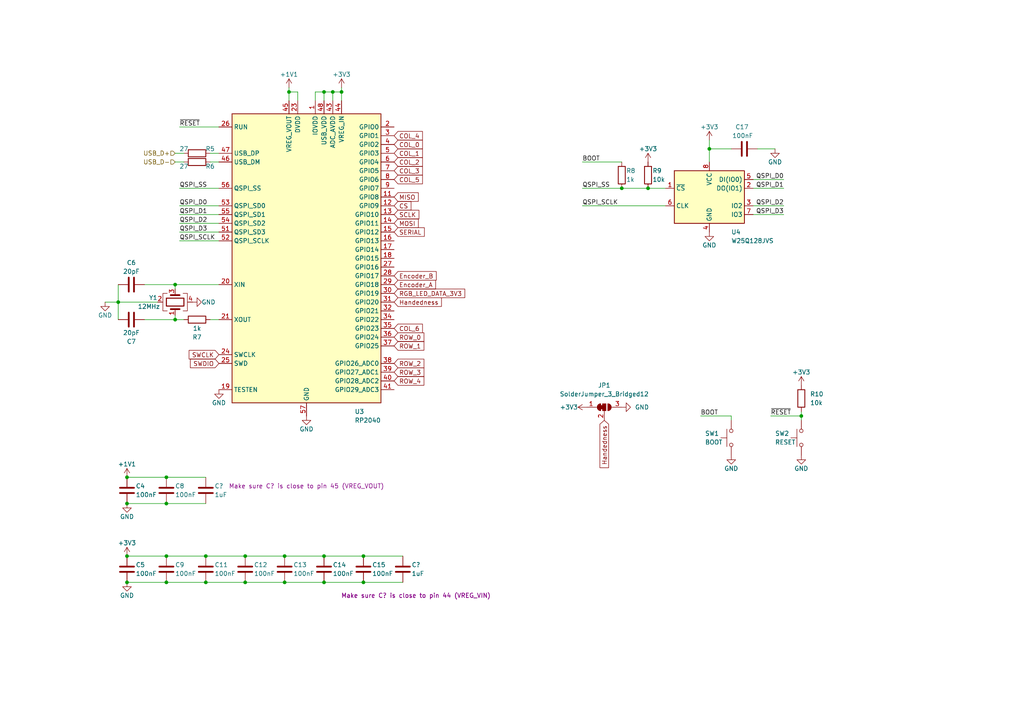
<source format=kicad_sch>
(kicad_sch (version 20211123) (generator eeschema)
  (paper "A4")
  (lib_symbols
    (symbol "Device:C" (pin_numbers hide) (pin_names (offset 0.254))
      (property "Reference" "C" (at 0.635 2.54 0))
      (property "Value" "C" (at 0.635 -2.54 0))
      (symbol "C_0_1"
        (polyline (pts (xy -2.032 -0.762) (xy 2.032 -0.762)) (stroke (width 0.508)))
        (polyline (pts (xy -2.032 0.762) (xy 2.032 0.762)) (stroke (width 0.508)))
      )
      (symbol "C_1_1"
        (pin passive line (at 0 3.81 270) (length 2.794) (name "~") (number "1"))
        (pin passive line (at 0 -3.81 90) (length 2.794) (name "~") (number "2"))
      )
    )
    (symbol "Device:Crystal_GND24" (pin_names (offset 1.016) hide)
      (property "Reference" "Y" (at 3.175 5.08 0))
      (property "Value" "Crystal_GND24" (at 3.175 3.175 0))
      (symbol "Crystal_GND24_0_1"
        (rectangle (start -1.143 2.54) (end 1.143 -2.54) (stroke (width 0.3048)))
        (polyline (pts (xy -2.54 0) (xy -2.032 0)))
        (polyline (pts (xy -2.032 -1.27) (xy -2.032 1.27)) (stroke (width 0.508)))
        (polyline (pts (xy 0 -3.81) (xy 0 -3.556)))
        (polyline (pts (xy 0 3.556) (xy 0 3.81)))
        (polyline (pts (xy 2.032 -1.27) (xy 2.032 1.27)) (stroke (width 0.508)))
        (polyline (pts (xy 2.032 0) (xy 2.54 0)))
        (polyline (pts (xy -2.54 -2.286) (xy -2.54 -3.556) (xy 2.54 -3.556) (xy 2.54 -2.286)))
        (polyline (pts (xy -2.54 2.286) (xy -2.54 3.556) (xy 2.54 3.556) (xy 2.54 2.286)))
      )
      (symbol "Crystal_GND24_1_1"
        (pin passive line (at -3.81 0 0) (length 1.27) (name "1") (number "1"))
        (pin passive line (at 0 5.08 270) (length 1.27) (name "2") (number "2"))
        (pin passive line (at 3.81 0 180) (length 1.27) (name "3") (number "3"))
        (pin passive line (at 0 -5.08 90) (length 1.27) (name "4") (number "4"))
      )
    )
    (symbol "Device:R" (pin_numbers hide) (pin_names (offset 0))
      (property "Reference" "R" (at 2.032 0 90))
      (property "Value" "R" (at 0 0 90))
      (symbol "R_0_1"
        (rectangle (start -1.016 -2.54) (end 1.016 2.54) (stroke (width 0.254)))
      )
      (symbol "R_1_1"
        (pin passive line (at 0 3.81 270) (length 1.27) (name "~") (number "1"))
        (pin passive line (at 0 -3.81 90) (length 1.27) (name "~") (number "2"))
      )
    )
    (symbol "Jumper:SolderJumper_3_Bridged12" (pin_names (offset 0) hide)
      (property "Reference" "JP" (at -2.54 -2.54 0))
      (property "Value" "SolderJumper_3_Bridged12" (at 0 2.794 0))
      (symbol "SolderJumper_3_Bridged12_0_1"
        (rectangle (start -1.016 0.508) (end -0.508 -0.508) (fill (type outline)))
        (arc (start -1.016 1.016) (mid -2.032 0) (end -1.016 -1.016))
        (arc (start -1.016 1.016) (mid -2.032 0) (end -1.016 -1.016) (fill (type outline)))
        (rectangle (start -0.508 1.016) (end 0.508 -1.016) (fill (type outline)))
        (polyline (pts (xy -2.54 0) (xy -2.032 0)))
        (polyline (pts (xy -1.016 1.016) (xy -1.016 -1.016)))
        (polyline (pts (xy 0 -1.27) (xy 0 -1.016)))
        (polyline (pts (xy 1.016 1.016) (xy 1.016 -1.016)))
        (polyline (pts (xy 2.54 0) (xy 2.032 0)))
        (arc (start 1.016 -1.016) (mid 2.032 0) (end 1.016 1.016))
        (arc (start 1.016 -1.016) (mid 2.032 0) (end 1.016 1.016) (fill (type outline)))
      )
      (symbol "SolderJumper_3_Bridged12_1_1"
        (pin passive line (at -5.08 0 0) (length 2.54) (name "A") (number "1"))
        (pin passive line (at 0 -3.81 90) (length 2.54) (name "C") (number "2"))
        (pin passive line (at 5.08 0 180) (length 2.54) (name "B") (number "3"))
      )
    )
    (symbol "MCU_RaspberryPi:RP2040"
      (property "Reference" "U" (at 17.78 45.72 0))
      (property "Value" "RP2040" (at 17.78 43.18 0))
      (symbol "RP2040_0_1"
        (rectangle (start -21.59 41.91) (end 21.59 -41.91) (stroke (width 0.254)) (fill (type background)))
      )
      (symbol "RP2040_1_1"
        (pin power_in line (at 2.54 45.72 270) (length 3.81) (name "IOVDD") (number "1"))
        (pin passive line (at 2.54 45.72 270) (length 3.81) hide (name "IOVDD") (number "10"))
        (pin bidirectional line (at 25.4 17.78 180) (length 3.81) (name "GPIO8") (number "11"))
        (pin bidirectional line (at 25.4 15.24 180) (length 3.81) (name "GPIO9") (number "12"))
        (pin bidirectional line (at 25.4 12.7 180) (length 3.81) (name "GPIO10") (number "13"))
        (pin bidirectional line (at 25.4 10.16 180) (length 3.81) (name "GPIO11") (number "14"))
        (pin bidirectional line (at 25.4 7.62 180) (length 3.81) (name "GPIO12") (number "15"))
        (pin bidirectional line (at 25.4 5.08 180) (length 3.81) (name "GPIO13") (number "16"))
        (pin bidirectional line (at 25.4 2.54 180) (length 3.81) (name "GPIO14") (number "17"))
        (pin bidirectional line (at 25.4 0 180) (length 3.81) (name "GPIO15") (number "18"))
        (pin input line (at -25.4 -38.1 0) (length 3.81) (name "TESTEN") (number "19"))
        (pin bidirectional line (at 25.4 38.1 180) (length 3.81) (name "GPIO0") (number "2"))
        (pin input line (at -25.4 -7.62 0) (length 3.81) (name "XIN") (number "20"))
        (pin passive line (at -25.4 -17.78 0) (length 3.81) (name "XOUT") (number "21"))
        (pin passive line (at 2.54 45.72 270) (length 3.81) hide (name "IOVDD") (number "22"))
        (pin power_in line (at -2.54 45.72 270) (length 3.81) (name "DVDD") (number "23"))
        (pin output line (at -25.4 -27.94 0) (length 3.81) (name "SWCLK") (number "24"))
        (pin bidirectional line (at -25.4 -30.48 0) (length 3.81) (name "SWD") (number "25"))
        (pin input line (at -25.4 38.1 0) (length 3.81) (name "RUN") (number "26"))
        (pin bidirectional line (at 25.4 -2.54 180) (length 3.81) (name "GPIO16") (number "27"))
        (pin bidirectional line (at 25.4 -5.08 180) (length 3.81) (name "GPIO17") (number "28"))
        (pin bidirectional line (at 25.4 -7.62 180) (length 3.81) (name "GPIO18") (number "29"))
        (pin bidirectional line (at 25.4 35.56 180) (length 3.81) (name "GPIO1") (number "3"))
        (pin bidirectional line (at 25.4 -10.16 180) (length 3.81) (name "GPIO19") (number "30"))
        (pin bidirectional line (at 25.4 -12.7 180) (length 3.81) (name "GPIO20") (number "31"))
        (pin bidirectional line (at 25.4 -15.24 180) (length 3.81) (name "GPIO21") (number "32"))
        (pin passive line (at 2.54 45.72 270) (length 3.81) hide (name "IOVDD") (number "33"))
        (pin bidirectional line (at 25.4 -17.78 180) (length 3.81) (name "GPIO22") (number "34"))
        (pin bidirectional line (at 25.4 -20.32 180) (length 3.81) (name "GPIO23") (number "35"))
        (pin bidirectional line (at 25.4 -22.86 180) (length 3.81) (name "GPIO24") (number "36"))
        (pin bidirectional line (at 25.4 -25.4 180) (length 3.81) (name "GPIO25") (number "37"))
        (pin bidirectional line (at 25.4 -30.48 180) (length 3.81) (name "GPIO26_ADC0") (number "38"))
        (pin bidirectional line (at 25.4 -33.02 180) (length 3.81) (name "GPIO27_ADC1") (number "39"))
        (pin bidirectional line (at 25.4 33.02 180) (length 3.81) (name "GPIO2") (number "4"))
        (pin bidirectional line (at 25.4 -35.56 180) (length 3.81) (name "GPIO28_ADC2") (number "40"))
        (pin bidirectional line (at 25.4 -38.1 180) (length 3.81) (name "GPIO29_ADC3") (number "41"))
        (pin passive line (at 2.54 45.72 270) (length 3.81) hide (name "IOVDD") (number "42"))
        (pin power_in line (at 7.62 45.72 270) (length 3.81) (name "ADC_AVDD") (number "43"))
        (pin power_in line (at 10.16 45.72 270) (length 3.81) (name "VREG_IN") (number "44"))
        (pin power_out line (at -5.08 45.72 270) (length 3.81) (name "VREG_VOUT") (number "45"))
        (pin bidirectional line (at -25.4 27.94 0) (length 3.81) (name "USB_DM") (number "46"))
        (pin bidirectional line (at -25.4 30.48 0) (length 3.81) (name "USB_DP") (number "47"))
        (pin power_in line (at 5.08 45.72 270) (length 3.81) (name "USB_VDD") (number "48"))
        (pin passive line (at 2.54 45.72 270) (length 3.81) hide (name "IOVDD") (number "49"))
        (pin bidirectional line (at 25.4 30.48 180) (length 3.81) (name "GPIO3") (number "5"))
        (pin passive line (at -2.54 45.72 270) (length 3.81) hide (name "DVDD") (number "50"))
        (pin bidirectional line (at -25.4 7.62 0) (length 3.81) (name "QSPI_SD3") (number "51"))
        (pin output line (at -25.4 5.08 0) (length 3.81) (name "QSPI_SCLK") (number "52"))
        (pin bidirectional line (at -25.4 15.24 0) (length 3.81) (name "QSPI_SD0") (number "53"))
        (pin bidirectional line (at -25.4 10.16 0) (length 3.81) (name "QSPI_SD2") (number "54"))
        (pin bidirectional line (at -25.4 12.7 0) (length 3.81) (name "QSPI_SD1") (number "55"))
        (pin bidirectional line (at -25.4 20.32 0) (length 3.81) (name "QSPI_SS") (number "56"))
        (pin power_in line (at 0 -45.72 90) (length 3.81) (name "GND") (number "57"))
        (pin bidirectional line (at 25.4 27.94 180) (length 3.81) (name "GPIO4") (number "6"))
        (pin bidirectional line (at 25.4 25.4 180) (length 3.81) (name "GPIO5") (number "7"))
        (pin bidirectional line (at 25.4 22.86 180) (length 3.81) (name "GPIO6") (number "8"))
        (pin bidirectional line (at 25.4 20.32 180) (length 3.81) (name "GPIO7") (number "9"))
      )
    )
    (symbol "Memory_Flash:W25Q128JVS"
      (property "Reference" "U" (at -8.89 8.89 0))
      (property "Value" "W25Q128JVS" (at 7.62 8.89 0))
      (symbol "W25Q128JVS_0_1"
        (rectangle (start -10.16 7.62) (end 10.16 -7.62) (stroke (width 0.254)) (fill (type background)))
      )
      (symbol "W25Q128JVS_1_1"
        (pin input line (at -12.7 2.54 0) (length 2.54) (name "~{CS}") (number "1"))
        (pin bidirectional line (at 12.7 2.54 180) (length 2.54) (name "DO(IO1)") (number "2"))
        (pin bidirectional line (at 12.7 -2.54 180) (length 2.54) (name "IO2") (number "3"))
        (pin power_in line (at 0 -10.16 90) (length 2.54) (name "GND") (number "4"))
        (pin bidirectional line (at 12.7 5.08 180) (length 2.54) (name "DI(IO0)") (number "5"))
        (pin input line (at -12.7 -2.54 0) (length 2.54) (name "CLK") (number "6"))
        (pin bidirectional line (at 12.7 -5.08 180) (length 2.54) (name "IO3") (number "7"))
        (pin power_in line (at 0 10.16 270) (length 2.54) (name "VCC") (number "8"))
      )
    )
    (symbol "SW_Push_1" (pin_numbers hide) (pin_names (offset 1.016) hide)
      (property "Reference" "SW1" (at -7.62 1.27 90))
      (property "Value" "BOOT" (at -7.62 -1.27 90))
      (symbol "SW_Push_1_0_1"
        (circle (center -2.032 0) (radius 0.508))
        (polyline (pts (xy 0 1.27) (xy 0 3.048)))
        (polyline (pts (xy 2.54 1.27) (xy -2.54 1.27)))
        (circle (center 2.032 0) (radius 0.508))
        (pin passive line (at -5.08 0 0) (length 2.54) (name "1") (number "1"))
        (pin passive line (at 5.08 0 180) (length 2.54) (name "2") (number "2"))
      )
    )
    (symbol "Switch:SW_Push" (pin_numbers hide) (pin_names (offset 1.016) hide)
      (property "Reference" "SW2" (at -8.89 1.27 90))
      (property "Value" "RESET" (at -8.89 -1.27 90))
      (symbol "SW_Push_0_1"
        (circle (center -2.032 0) (radius 0.508))
        (polyline (pts (xy 0 1.27) (xy 0 3.048)))
        (polyline (pts (xy 2.54 1.27) (xy -2.54 1.27)))
        (circle (center 2.032 0) (radius 0.508))
        (pin passive line (at -5.08 0 0) (length 2.54) (name "1") (number "1"))
        (pin passive line (at 5.08 0 180) (length 2.54) (name "2") (number "2"))
      )
    )
    (symbol "power:+1V1" (power) (pin_names (offset 0))
      (property "Value" "+1V1" (at 0 3.556 0))
      (symbol "+1V1_0_1"
        (polyline (pts (xy -0.762 1.27) (xy 0 2.54)))
        (polyline (pts (xy 0 0) (xy 0 2.54)))
        (polyline (pts (xy 0 2.54) (xy 0.762 1.27)))
      )
      (symbol "+1V1_1_1"
        (pin power_in line (at 0 0 90) (length 0) hide (name "+1V1") (number "1"))
      )
    )
    (symbol "power:+3V3" (power) (pin_names (offset 0))
      (property "Value" "+3V3" (at 0 3.556 0))
      (symbol "+3V3_0_1"
        (polyline (pts (xy -0.762 1.27) (xy 0 2.54)))
        (polyline (pts (xy 0 0) (xy 0 2.54)))
        (polyline (pts (xy 0 2.54) (xy 0.762 1.27)))
      )
      (symbol "+3V3_1_1"
        (pin power_in line (at 0 0 90) (length 0) hide (name "+3V3") (number "1"))
      )
    )
    (symbol "power:GND" (power) (pin_names (offset 0))
      (property "Value" "GND" (at 0 -3.81 0))
      (symbol "GND_0_1"
        (polyline (pts (xy 0 0) (xy 0 -1.27) (xy 1.27 -1.27) (xy 0 -2.54) (xy -1.27 -1.27) (xy 0 -1.27)))
      )
      (symbol "GND_1_1"
        (pin power_in line (at 0 0 270) (length 0) hide (name "GND") (number "1"))
      )
    )
  )
  (junction (at 50.8 92.71))
  (junction (at 232.41 120.65))
  (junction (at 59.69 168.91))
  (junction (at 48.26 138.43))
  (junction (at 48.26 168.91))
  (junction (at 71.12 168.91))
  (junction (at 187.96 54.61))
  (junction (at 82.55 161.29))
  (junction (at 205.74 43.18))
  (junction (at 99.06 26.67))
  (junction (at 93.98 26.67))
  (junction (at 48.26 161.29))
  (junction (at 82.55 168.91))
  (junction (at 105.41 161.29))
  (junction (at 59.69 161.29))
  (junction (at 50.8 82.55))
  (junction (at 93.98 168.91))
  (junction (at 36.83 138.43))
  (junction (at 93.98 161.29))
  (junction (at 34.29 87.63))
  (junction (at 105.41 168.91))
  (junction (at 96.52 26.67))
  (junction (at 36.83 161.29))
  (junction (at 36.83 146.05))
  (junction (at 48.26 146.05))
  (junction (at 83.82 26.67))
  (junction (at 36.83 168.91))
  (junction (at 180.34 54.61))
  (junction (at 71.12 161.29))
  (wire (pts (xy 232.41 120.65) (xy 232.41 119.38)))
  (wire (pts (xy 34.29 82.55) (xy 34.29 87.63)))
  (wire (pts (xy 105.41 161.29) (xy 116.84 161.29)))
  (wire (pts (xy 86.36 26.67) (xy 86.36 29.21)))
  (wire (pts (xy 48.26 146.05) (xy 59.69 146.05)))
  (wire (pts (xy 52.07 59.69) (xy 63.5 59.69)))
  (wire (pts (xy 50.8 91.44) (xy 50.8 92.71)))
  (wire (pts (xy 36.83 168.91) (xy 48.26 168.91)))
  (wire (pts (xy 93.98 26.67) (xy 93.98 29.21)))
  (wire (pts (xy 93.98 26.67) (xy 96.52 26.67)))
  (wire (pts (xy 50.8 82.55) (xy 63.5 82.55)))
  (wire (pts (xy 99.06 29.21) (xy 99.06 26.67)))
  (wire (pts (xy 30.48 87.63) (xy 34.29 87.63)))
  (wire (pts (xy 205.74 40.64) (xy 205.74 43.18)))
  (wire (pts (xy 48.26 138.43) (xy 59.69 138.43)))
  (wire (pts (xy 36.83 161.29) (xy 48.26 161.29)))
  (wire (pts (xy 96.52 26.67) (xy 96.52 29.21)))
  (wire (pts (xy 50.8 44.45) (xy 53.34 44.45)))
  (wire (pts (xy 52.07 67.31) (xy 63.5 67.31)))
  (wire (pts (xy 227.33 59.69) (xy 218.44 59.69)))
  (wire (pts (xy 93.98 161.29) (xy 105.41 161.29)))
  (wire (pts (xy 227.33 62.23) (xy 218.44 62.23)))
  (wire (pts (xy 83.82 26.67) (xy 86.36 26.67)))
  (wire (pts (xy 52.07 62.23) (xy 63.5 62.23)))
  (wire (pts (xy 34.29 87.63) (xy 34.29 92.71)))
  (wire (pts (xy 59.69 168.91) (xy 71.12 168.91)))
  (wire (pts (xy 60.96 44.45) (xy 63.5 44.45)))
  (wire (pts (xy 52.07 54.61) (xy 63.5 54.61)))
  (wire (pts (xy 48.26 168.91) (xy 59.69 168.91)))
  (wire (pts (xy 50.8 92.71) (xy 53.34 92.71)))
  (wire (pts (xy 34.29 87.63) (xy 45.72 87.63)))
  (wire (pts (xy 71.12 168.91) (xy 82.55 168.91)))
  (wire (pts (xy 99.06 25.4) (xy 99.06 26.67)))
  (wire (pts (xy 71.12 161.29) (xy 82.55 161.29)))
  (wire (pts (xy 36.83 146.05) (xy 48.26 146.05)))
  (wire (pts (xy 60.96 92.71) (xy 63.5 92.71)))
  (wire (pts (xy 59.69 161.29) (xy 71.12 161.29)))
  (wire (pts (xy 91.44 26.67) (xy 93.98 26.67)))
  (wire (pts (xy 91.44 26.67) (xy 91.44 29.21)))
  (wire (pts (xy 41.91 82.55) (xy 50.8 82.55)))
  (wire (pts (xy 223.52 120.65) (xy 232.41 120.65)))
  (wire (pts (xy 205.74 43.18) (xy 205.74 46.99)))
  (wire (pts (xy 60.96 46.99) (xy 63.5 46.99)))
  (wire (pts (xy 41.91 92.71) (xy 50.8 92.71)))
  (wire (pts (xy 168.91 46.99) (xy 180.34 46.99)))
  (wire (pts (xy 50.8 46.99) (xy 53.34 46.99)))
  (wire (pts (xy 227.33 54.61) (xy 218.44 54.61)))
  (wire (pts (xy 52.07 64.77) (xy 63.5 64.77)))
  (wire (pts (xy 168.91 59.69) (xy 193.04 59.69)))
  (wire (pts (xy 83.82 25.4) (xy 83.82 26.67)))
  (wire (pts (xy 212.09 120.65) (xy 212.09 121.92)))
  (wire (pts (xy 52.07 36.83) (xy 63.5 36.83)))
  (wire (pts (xy 82.55 168.91) (xy 93.98 168.91)))
  (wire (pts (xy 52.07 69.85) (xy 63.5 69.85)))
  (wire (pts (xy 232.41 121.92) (xy 232.41 120.65)))
  (wire (pts (xy 82.55 161.29) (xy 93.98 161.29)))
  (wire (pts (xy 105.41 168.91) (xy 116.84 168.91)))
  (wire (pts (xy 187.96 54.61) (xy 193.04 54.61)))
  (wire (pts (xy 168.91 54.61) (xy 180.34 54.61)))
  (wire (pts (xy 99.06 26.67) (xy 96.52 26.67)))
  (wire (pts (xy 180.34 54.61) (xy 187.96 54.61)))
  (wire (pts (xy 203.2 120.65) (xy 212.09 120.65)))
  (wire (pts (xy 224.79 43.18) (xy 219.71 43.18)))
  (wire (pts (xy 93.98 168.91) (xy 105.41 168.91)))
  (wire (pts (xy 212.09 43.18) (xy 205.74 43.18)))
  (wire (pts (xy 48.26 161.29) (xy 59.69 161.29)))
  (wire (pts (xy 227.33 52.07) (xy 218.44 52.07)))
  (wire (pts (xy 83.82 26.67) (xy 83.82 29.21)))
  (wire (pts (xy 50.8 82.55) (xy 50.8 83.82)))
  (wire (pts (xy 36.83 138.43) (xy 48.26 138.43)))
  (label "~{RESET}" (at 223.52 120.65 0))
  (label "QSPI_D2" (at 227.33 59.69 180))
  (label "QSPI_SS" (at 168.91 54.61 0))
  (label "QSPI_SCLK" (at 168.91 59.69 0))
  (label "QSPI_D0" (at 227.33 52.07 180))
  (label "QSPI_SCLK" (at 52.07 69.85 0))
  (label "QSPI_D1" (at 227.33 54.61 180))
  (label "QSPI_SS" (at 52.07 54.61 0))
  (label "BOOT" (at 168.91 46.99 0))
  (label "QSPI_D1" (at 52.07 62.23 0))
  (label "QSPI_D2" (at 52.07 64.77 0))
  (label "QSPI_D0" (at 52.07 59.69 0))
  (label "QSPI_D3" (at 52.07 67.31 0))
  (label "~{RESET}" (at 52.07 36.83 0))
  (label "QSPI_D3" (at 227.33 62.23 180))
  (label "BOOT" (at 203.2 120.65 0))
  (global_label "COL_5" (shape input) (at 114.3 52.07 0) (property "Intersheet References" "${INTERSHEET_REFS}" (effects hide)))
  (global_label "ROW_2" (shape input) (at 114.3 105.41 0) (property "Intersheet References" "${INTERSHEET_REFS}" (effects hide)))
  (global_label "COL_0" (shape input) (at 114.3 41.91 0) (property "Intersheet References" "${INTERSHEET_REFS}" (effects hide)))
  (global_label "COL_4" (shape input) (at 114.3 39.37 0) (property "Intersheet References" "${INTERSHEET_REFS}" (effects hide)))
  (global_label "ROW_3" (shape input) (at 114.3 107.95 0) (property "Intersheet References" "${INTERSHEET_REFS}" (effects hide)))
  (global_label "Handedness" (shape input) (at 114.3 87.63 0) (property "Intersheet References" "${INTERSHEET_REFS}" (effects hide)))
  (global_label "SERIAL" (shape input) (at 114.3 67.31 0) (property "Intersheet References" "${INTERSHEET_REFS}" (effects hide)))
  (global_label "ROW_0" (shape input) (at 114.3 97.79 0) (property "Intersheet References" "${INTERSHEET_REFS}" (effects hide)))
  (global_label "Handedness" (shape input) (at 175.26 121.92 270) (property "Intersheet References" "${INTERSHEET_REFS}" (effects hide)))
  (global_label "Encoder_A" (shape input) (at 114.3 82.55 0) (property "Intersheet References" "${INTERSHEET_REFS}" (effects hide)))
  (global_label "SCLK" (shape input) (at 114.3 62.23 0) (property "Intersheet References" "${INTERSHEET_REFS}" (effects hide)))
  (global_label "CS" (shape input) (at 114.3 59.69 0) (property "Intersheet References" "${INTERSHEET_REFS}" (effects hide)))
  (global_label "RGB_LED_DATA_3V3" (shape input) (at 114.3 85.09 0) (property "Intersheet References" "${INTERSHEET_REFS}" (effects hide)))
  (global_label "MISO" (shape input) (at 114.3 57.15 0) (property "Intersheet References" "${INTERSHEET_REFS}" (effects hide)))
  (global_label "ROW_4" (shape input) (at 114.3 110.49 0) (property "Intersheet References" "${INTERSHEET_REFS}" (effects hide)))
  (global_label "MOSI" (shape input) (at 114.3 64.77 0) (property "Intersheet References" "${INTERSHEET_REFS}" (effects hide)))
  (global_label "COL_1" (shape input) (at 114.3 44.45 0) (property "Intersheet References" "${INTERSHEET_REFS}" (effects hide)))
  (global_label "COL_3" (shape input) (at 114.3 49.53 0) (property "Intersheet References" "${INTERSHEET_REFS}" (effects hide)))
  (global_label "Encoder_B" (shape input) (at 114.3 80.01 0) (property "Intersheet References" "${INTERSHEET_REFS}" (effects hide)))
  (global_label "COL_2" (shape input) (at 114.3 46.99 0) (property "Intersheet References" "${INTERSHEET_REFS}" (effects hide)))
  (global_label "COL_6" (shape input) (at 114.3 95.25 0) (property "Intersheet References" "${INTERSHEET_REFS}" (effects hide)))
  (global_label "SWDIO" (shape input) (at 63.5 105.41 180) (property "Intersheet References" "${INTERSHEET_REFS}" (effects hide)))
  (global_label "SWCLK" (shape input) (at 63.5 102.87 180) (property "Intersheet References" "${INTERSHEET_REFS}" (effects hide)))
  (global_label "ROW_1" (shape input) (at 114.3 100.33 0) (property "Intersheet References" "${INTERSHEET_REFS}" (effects hide)))
  (hierarchical_label "USB_D-" (shape input) (at 50.8 46.99 180))
  (hierarchical_label "USB_D+" (shape input) (at 50.8 44.45 180))
  (symbol (lib_id "power:GND") (at 232.41 132.08 0) (unit 1)
    (property "Reference" "#PWR040" (effects hide))
    (property "Value" "GND" (at 232.41 135.89 0))
  )
  (symbol (lib_id "Device:C") (at 36.83 165.1 0) (unit 1)
    (property "Reference" "C5" (at 39.37 163.83 0) (effects (justify left)))
    (property "Value" "100nF" (at 39.37 166.37 0) (effects (justify left)))
    (property "Footprint" "Capacitor_SMD:C_0402_1005Metric" (effects hide))
    (property "JLCPCB Part #" "C307331" (effects hide))
    (property "MFR. Part #" "CL05B104KB54PNC " (effects hide))
  )
  (symbol (lib_id "power:+3V3") (at 205.74 40.64 0) (unit 1)
    (property "Reference" "#PWR035" (effects hide))
    (property "Value" "+3V3" (at 205.74 36.83 0))
  )
  (symbol (lib_id "power:GND") (at 36.83 146.05 0) (unit 1)
    (property "Reference" "#PWR024" (effects hide))
    (property "Value" "GND" (at 36.83 149.86 0))
  )
  (symbol (lib_id "Device:C") (at 82.55 165.1 0) (unit 1)
    (property "Reference" "C13" (at 85.09 163.83 0) (effects (justify left)))
    (property "Value" "100nF" (at 85.09 166.37 0) (effects (justify left)))
    (property "Footprint" "Capacitor_SMD:C_0402_1005Metric" (effects hide))
    (property "JLCPCB Part #" "C307331" (effects hide))
    (property "MFR. Part #" "CL05B104KB54PNC " (effects hide))
  )
  (symbol (lib_id "Device:R") (at 232.41 115.57 0) (unit 1)
    (property "Reference" "R10" (at 234.95 114.2999 0) (effects (justify left)))
    (property "Value" "10k" (at 234.95 116.8399 0) (effects (justify left)))
    (property "Footprint" "Resistor_SMD:R_0402_1005Metric" (effects hide))
    (property "MFR. Part #" "0402WGF1002TCE " (effects hide))
    (property "JLCPCB Part #" "C25744" (effects hide))
  )
  (symbol (lib_id "Device:C") (at 71.12 165.1 0) (unit 1)
    (property "Reference" "C12" (at 73.66 163.83 0) (effects (justify left)))
    (property "Value" "100nF" (at 73.66 166.37 0) (effects (justify left)))
    (property "Footprint" "Capacitor_SMD:C_0402_1005Metric" (effects hide))
    (property "JLCPCB Part #" "C307331" (effects hide))
    (property "MFR. Part #" "CL05B104KB54PNC " (effects hide))
  )
  (symbol (lib_id "power:+1V1") (at 36.83 138.43 0) (unit 1)
    (property "Reference" "#PWR023" (effects hide))
    (property "Value" "+1V1" (at 36.83 134.62 0))
  )
  (symbol (lib_name "SW_Push_1") (lib_id "Switch:SW_Push") (at 212.09 127 90) (unit 1)
    (property "Reference" "SW1" (at 204.47 125.73 90) (effects (justify right)))
    (property "Value" "BOOT" (at 204.47 128.27 90) (effects (justify right)))
    (property "Footprint" "Button_Switch_SMD:SW_SPST_TL3342" (effects hide))
    (property "MFR. Part #" "B3U-1000P" (effects hide))
    (property "JLCPCB Part #" "C231329" (effects hide))
  )
  (symbol (lib_id "power:+1V1") (at 83.82 25.4 0) (unit 1)
    (property "Reference" "#PWR029" (effects hide))
    (property "Value" "+1V1" (at 83.82 21.59 0))
  )
  (symbol (lib_id "MCU_RaspberryPi:RP2040") (at 88.9 74.93 0) (unit 1)
    (property "Reference" "U3" (at 102.87 119.38 0) (effects (justify left)))
    (property "Value" "RP2040" (at 102.87 121.92 0) (effects (justify left)))
    (property "Footprint" "Package_DFN_QFN:QFN-56-1EP_7x7mm_P0.4mm_EP3.2x3.2mm" (effects hide))
    (property "Datasheet" "https://datasheets.raspberrypi.com/rp2040/rp2040-datasheet.pdf" (effects hide))
    (property "MFR. Part #" "RP2040" (effects hide))
    (property "JLCPCB Part #" "C2040" (effects hide))
  )
  (symbol (lib_id "power:GND") (at 36.83 168.91 0) (unit 1)
    (property "Reference" "#PWR026" (effects hide))
    (property "Value" "GND" (at 36.83 172.72 0))
  )
  (symbol (lib_id "power:GND") (at 88.9 120.65 0) (unit 1)
    (property "Reference" "#PWR030" (effects hide))
    (property "Value" "GND" (at 88.9 124.46 0))
  )
  (symbol (lib_id "Device:C") (at 105.41 165.1 0) (unit 1)
    (property "Reference" "C15" (at 107.95 163.83 0) (effects (justify left)))
    (property "Value" "100nF" (at 107.95 166.37 0) (effects (justify left)))
    (property "Footprint" "Capacitor_SMD:C_0402_1005Metric" (effects hide))
    (property "JLCPCB Part #" "C307331" (effects hide))
    (property "MFR. Part #" "CL05B104KB54PNC " (effects hide))
  )
  (symbol (lib_id "Device:R") (at 57.15 46.99 90) (unit 1)
    (property "Reference" "R6" (at 60.96 48.26 90))
    (property "Value" "27" (at 53.34 48.26 90))
    (property "Footprint" "Resistor_SMD:R_0603_1608Metric" (effects hide))
    (property "JLCPCB Part #" "C25100" (effects hide))
    (property "MFR. Part #" "0402WGF270JTCE" (effects hide))
  )
  (symbol (lib_id "Device:C") (at 93.98 165.1 0) (unit 1)
    (property "Reference" "C14" (at 96.52 163.83 0) (effects (justify left)))
    (property "Value" "100nF" (at 96.52 166.37 0) (effects (justify left)))
    (property "Footprint" "Capacitor_SMD:C_0402_1005Metric" (effects hide))
    (property "JLCPCB Part #" "C307331" (effects hide))
    (property "MFR. Part #" "CL05B104KB54PNC " (effects hide))
  )
  (symbol (lib_id "power:+3V3") (at 170.18 118.11 90) (unit 1)
    (property "Reference" "#PWR032" (effects hide))
    (property "Value" "+3V3" (at 167.64 118.11 90) (effects (justify left)))
  )
  (symbol (lib_id "Device:R") (at 187.96 50.8 0) (mirror y) (unit 1)
    (property "Reference" "R9" (at 189.23 49.53 0) (effects (justify right)))
    (property "Value" "10k" (at 189.23 52.07 0) (effects (justify right)))
    (property "Footprint" "Resistor_SMD:R_0402_1005Metric" (effects hide))
    (property "MFR. Part #" "0402WGF1002TCE " (effects hide))
    (property "JLCPCB Part #" "C25744" (effects hide))
  )
  (symbol (lib_id "power:+3V3") (at 99.06 25.4 0) (unit 1)
    (property "Reference" "#PWR031" (effects hide))
    (property "Value" "+3V3" (at 99.06 21.59 0))
  )
  (symbol (lib_id "Device:C") (at 38.1 92.71 90) (unit 1)
    (property "Reference" "C7" (at 38.1 99.06 90))
    (property "Value" "20pF" (at 38.1 96.52 90))
    (property "Footprint" "Capacitor_SMD:C_0402_1005Metric" (effects hide))
    (property "JLCPCB Part #" "C1554" (effects hide))
    (property "MFR. Part #" "0402CG200J500NT" (effects hide))
  )
  (symbol (lib_id "Device:C") (at 38.1 82.55 90) (unit 1)
    (property "Reference" "C6" (at 38.1 76.2 90))
    (property "Value" "20pF" (at 38.1 78.74 90))
    (property "Footprint" "Capacitor_SMD:C_0402_1005Metric" (effects hide))
    (property "JLCPCB Part #" "C1554" (effects hide))
    (property "MFR. Part #" "0402CG200J500NT" (effects hide))
  )
  (symbol (lib_id "Device:C") (at 36.83 142.24 0) (unit 1)
    (property "Reference" "C4" (at 39.37 140.97 0) (effects (justify left)))
    (property "Value" "100nF" (at 39.37 143.51 0) (effects (justify left)))
    (property "Footprint" "Capacitor_SMD:C_0402_1005Metric" (effects hide))
    (property "JLCPCB Part #" "C307331" (effects hide))
    (property "MFR. Part #" "CL05B104KB54PNC " (effects hide))
  )
  (symbol (lib_id "Memory_Flash:W25Q128JVS") (at 205.74 57.15 0) (unit 1)
    (property "Reference" "U4" (at 212.09 67.31 0) (effects (justify left)))
    (property "Value" "W25Q128JVS" (at 212.09 69.85 0) (effects (justify left)))
    (property "Footprint" "Package_SO:SOIC-8_5.23x5.23mm_P1.27mm" (effects hide))
    (property "Datasheet" "http://www.winbond.com/resource-files/w25q128jv_dtr%20revc%2003272018%20plus.pdf" (effects hide))
  )
  (symbol (lib_id "Device:C") (at 48.26 165.1 0) (unit 1)
    (property "Reference" "C9" (at 50.8 163.83 0) (effects (justify left)))
    (property "Value" "100nF" (at 50.8 166.37 0) (effects (justify left)))
    (property "Footprint" "Capacitor_SMD:C_0402_1005Metric" (effects hide))
    (property "JLCPCB Part #" "C307331" (effects hide))
    (property "MFR. Part #" "CL05B104KB54PNC " (effects hide))
  )
  (symbol (lib_id "Switch:SW_Push") (at 232.41 127 90) (unit 1)
    (property "Reference" "SW2" (at 224.79 125.73 90) (effects (justify right)))
    (property "Value" "RESET" (at 224.79 128.27 90) (effects (justify right)))
    (property "Footprint" "Button_Switch_SMD:SW_SPST_TL3342" (effects hide))
    (property "MFR. Part #" "B3U-1000P" (effects hide))
    (property "JLCPCB Part #" "C231329" (effects hide))
  )
  (symbol (lib_id "Device:R") (at 57.15 44.45 90) (unit 1)
    (property "Reference" "R5" (at 60.96 43.18 90))
    (property "Value" "27" (at 53.34 43.18 90))
    (property "Footprint" "Resistor_SMD:R_0603_1608Metric" (effects hide))
    (property "JLCPCB Part #" "C25100" (effects hide))
    (property "MFR. Part #" "0402WGF270JTCE" (effects hide))
  )
  (symbol (lib_id "power:GND") (at 55.88 87.63 90) (unit 1)
    (property "Reference" "#PWR027" (effects hide))
    (property "Value" "GND" (at 58.42 87.63 90) (effects (justify right)))
  )
  (symbol (lib_id "power:+3V3") (at 187.96 46.99 0) (unit 1)
    (property "Reference" "#PWR034" (effects hide))
    (property "Value" "+3V3" (at 187.96 43.18 0))
  )
  (symbol (lib_id "power:GND") (at 212.09 132.08 0) (unit 1)
    (property "Reference" "#PWR037" (effects hide))
    (property "Value" "GND" (at 212.09 135.89 0))
  )
  (symbol (lib_id "power:GND") (at 224.79 43.18 0) (unit 1)
    (property "Reference" "#PWR038" (effects hide))
    (property "Value" "GND" (at 224.79 46.99 0))
  )
  (symbol (lib_id "Device:C") (at 215.9 43.18 90) (unit 1)
    (property "Reference" "C17" (at 217.17 36.83 90) (effects (justify left)))
    (property "Value" "100nF" (at 218.44 39.37 90) (effects (justify left)))
    (property "Footprint" "Capacitor_SMD:C_0402_1005Metric" (effects hide))
    (property "JLCPCB Part #" "C307331" (effects hide))
    (property "MFR. Part #" "CL05B104KB54PNC " (effects hide))
  )
  (symbol (lib_id "Device:C") (at 116.84 165.1 0) (unit 1)
    (property "Reference" "C?" (at 119.38 163.83 0) (effects (justify left)))
    (property "Value" "1uF" (at 119.38 166.37 0) (effects (justify left)))
    (property "Footprint" "Capacitor_SMD:C_0402_1005Metric" (effects hide))
    (property "JLCPCB Part #" "C52923" (effects hide))
    (property "MFR. Part #" "CL05A105KA5NQNC" (effects hide))
    (property "Note" "Make sure ${REFERENCE} is close to pin 44 (VREG_VIN)" (at 120.65 172.72 0))
  )
  (symbol (lib_id "Device:R") (at 57.15 92.71 90) (unit 1)
    (property "Reference" "R7" (at 57.15 97.79 90))
    (property "Value" "1k" (at 57.15 95.25 90))
    (property "Footprint" "Resistor_SMD:R_0402_1005Metric" (effects hide))
    (property "MFR. Part #" "0402WGF1001TCE " (effects hide))
    (property "JLCPCB Part #" "C11702" (effects hide))
  )
  (symbol (lib_id "Device:R") (at 180.34 50.8 0) (mirror y) (unit 1)
    (property "Reference" "R8" (at 181.61 49.53 0) (effects (justify right)))
    (property "Value" "1k" (at 181.61 52.07 0) (effects (justify right)))
    (property "Footprint" "Resistor_SMD:R_0402_1005Metric" (effects hide))
    (property "MFR. Part #" "0402WGF1001TCE " (effects hide))
    (property "JLCPCB Part #" "C11702" (effects hide))
  )
  (symbol (lib_id "Device:Crystal_GND24") (at 50.8 87.63 90) (unit 1)
    (property "Reference" "Y1" (at 44.45 86.36 90))
    (property "Value" "12MHz" (at 43.18 88.9 90))
    (property "Footprint" "Crystal:Crystal_SMD_3225-4Pin_3.2x2.5mm" (effects hide))
    (property "MFR. Part #" "X322512MSB4SI" (effects hide))
    (property "JLCPCB Part #" "C9002" (effects hide))
  )
  (symbol (lib_id "power:+3V3") (at 36.83 161.29 0) (unit 1)
    (property "Reference" "#PWR025" (effects hide))
    (property "Value" "+3V3" (at 36.83 157.48 0))
  )
  (symbol (lib_id "Device:C") (at 59.69 142.24 0) (unit 1)
    (property "Reference" "C?" (at 62.23 140.97 0) (effects (justify left)))
    (property "Value" "1uF" (at 62.23 143.51 0) (effects (justify left)))
    (property "Footprint" "Capacitor_SMD:C_0402_1005Metric" (effects hide))
    (property "JLCPCB Part #" "C52923" (effects hide))
    (property "MFR. Part #" "CL05A105KA5NQNC" (effects hide))
    (property "Note" "Make sure ${REFERENCE} is close to pin 45 (VREG_VOUT)" (at 88.9 140.97 0))
  )
  (symbol (lib_id "power:+3V3") (at 232.41 111.76 0) (unit 1)
    (property "Reference" "#PWR039" (effects hide))
    (property "Value" "+3V3" (at 232.41 107.95 0))
  )
  (symbol (lib_id "Jumper:SolderJumper_3_Bridged12") (at 175.26 118.11 0) (unit 1)
    (property "Reference" "JP1" (at 175.26 111.76 0))
    (property "Value" "SolderJumper_3_Bridged12" (at 175.26 114.3 0))
    (property "Footprint" "Jumper:SolderJumper-3_P1.3mm_Bridged12_Pad1.0x1.5mm_NumberLabels" (effects hide))
    (property "Note" "By default, if it’s high, then the controller assumes it is the left hand, and if it’s low, it’s assumed to be the right side." (effects hide))
  )
  (symbol (lib_id "power:GND") (at 30.48 87.63 0) (unit 1)
    (property "Reference" "#PWR022" (effects hide))
    (property "Value" "GND" (at 30.48 91.44 0))
  )
  (symbol (lib_id "power:GND") (at 63.5 113.03 0) (unit 1)
    (property "Reference" "#PWR028" (effects hide))
    (property "Value" "GND" (at 63.5 116.84 0))
  )
  (symbol (lib_id "power:GND") (at 205.74 67.31 0) (unit 1)
    (property "Reference" "#PWR036" (effects hide))
    (property "Value" "GND" (at 205.74 71.12 0))
  )
  (symbol (lib_id "Device:C") (at 59.69 165.1 0) (unit 1)
    (property "Reference" "C11" (at 62.23 163.83 0) (effects (justify left)))
    (property "Value" "100nF" (at 62.23 166.37 0) (effects (justify left)))
    (property "Footprint" "Capacitor_SMD:C_0402_1005Metric" (effects hide))
    (property "JLCPCB Part #" "C307331" (effects hide))
    (property "MFR. Part #" "CL05B104KB54PNC " (effects hide))
  )
  (symbol (lib_id "Device:C") (at 48.26 142.24 0) (unit 1)
    (property "Reference" "C8" (at 50.8 140.97 0) (effects (justify left)))
    (property "Value" "100nF" (at 50.8 143.51 0) (effects (justify left)))
    (property "Footprint" "Capacitor_SMD:C_0402_1005Metric" (effects hide))
    (property "JLCPCB Part #" "C307331" (effects hide))
    (property "MFR. Part #" "CL05B104KB54PNC " (effects hide))
  )
  (symbol (lib_id "power:GND") (at 180.34 118.11 90) (unit 1)
    (property "Reference" "#PWR033" (effects hide))
    (property "Value" "GND" (at 184.15 118.1099 90) (effects (justify right)))
  )
)
</source>
